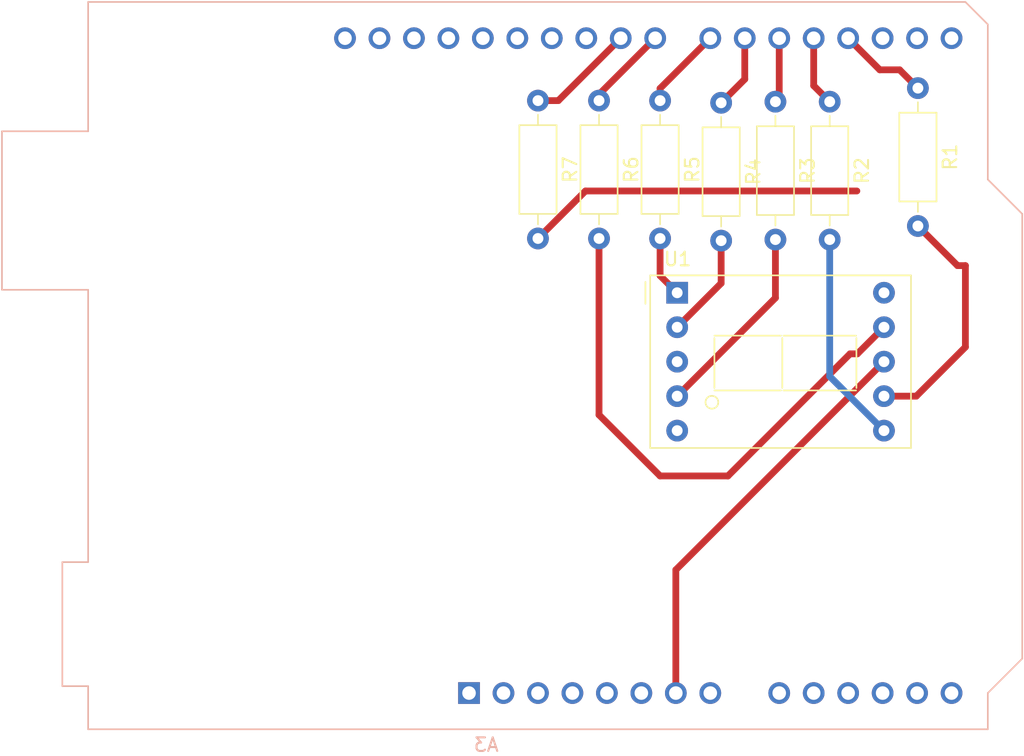
<source format=kicad_pcb>
(kicad_pcb (version 20240108) (generator "pcbnew") (generator_version "8.0")
  (layers (0 "F.Cu" signal) (31 "B.Cu" signal) (34 "B.Paste" user) (35 "F.Paste" user) (36 "B.SilkS" user "B.Silkscreen") (37 "F.SilkS" user "F.Silkscreen") (38 "B.Mask" user) (39 "F.Mask" user) (44 "Edge.Cuts" user))
  (net 0 "")
  (net 4 "Net-(A3-D7)")
  (net 5 "Net-(A3-D5)")
  (net 6 "/D9")
  (net 11 "Net-(A3-D6)")
  (net 13 "Net-(A3-D4)")
  (net 14 "Net-(A3-GND-Pad7)")
  (net 15 "Net-(A3-D8)")
  (net 19 "Net-(A3-D3)")
  (net 33 "Net-(U1-A)")
  (net 34 "Net-(U1-B)")
  (net 35 "Net-(U1-C)")
  (net 36 "Net-(U1-D)")
  (net 37 "Net-(U1-E)")
  (net 38 "Net-(U1-F)")
  (net 39 "/7-seg-G")
  (footprint "Resistor_THT:R_Axial_DIN0207_L6.3mm_D2.5mm_P10.16mm_Horizontal" (layer "F.Cu") (at 164 68.42 -90)
    (property "Reference" "R3" (at 5.08 -2.37 90) (layer "F.SilkS"))
    (property "Value" "R_US")
    (fp_line (start 1.81 1.37) (end 8.35 1.37) (stroke (width 0.12)) (layer "F.SilkS"))
    (fp_line (start 8.35 1.37) (end 8.35 -1.37) (stroke (width 0.12)) (layer "F.SilkS"))
    (fp_line (start 1.04 0) (end 1.81 0) (stroke (width 0.12)) (layer "F.SilkS"))
    (fp_line (start 9.12 0) (end 8.35 0) (stroke (width 0.12)) (layer "F.SilkS"))
    (fp_line (start 1.81 -1.37) (end 1.81 1.37) (stroke (width 0.12)) (layer "F.SilkS"))
    (fp_line (start 8.35 -1.37) (end 1.81 -1.37) (stroke (width 0.12)) (layer "F.SilkS"))
    (pad "1" thru_hole circle (at 0 0 270) (size 1.6 1.6) (drill 0.8) (layers "*.Cu" "*.Mask" "In1.Cu" "In2.Cu" "In3.Cu" "In4.Cu" "In5.Cu" "In6.Cu" "In7.Cu" "In8.Cu" "In9.Cu" "In10.Cu" "In11.Cu" "In12.Cu" "In13.Cu" "In14.Cu" "In15.Cu" "In16.Cu" "In17.Cu" "In18.Cu" "In19.Cu" "In20.Cu" "In21.Cu" "In22.Cu" "In23.Cu" "In24.Cu" "In25.Cu" "In26.Cu" "In27.Cu" "In28.Cu" "In29.Cu" "In30.Cu") (net 5 "Net-(A3-D5)"))
    (pad "2" thru_hole oval (at 10.16 0 270) (size 1.6 1.6) (drill 0.8) (layers "*.Cu" "*.Mask" "In1.Cu" "In2.Cu" "In3.Cu" "In4.Cu" "In5.Cu" "In6.Cu" "In7.Cu" "In8.Cu" "In9.Cu" "In10.Cu" "In11.Cu" "In12.Cu" "In13.Cu" "In14.Cu" "In15.Cu" "In16.Cu" "In17.Cu" "In18.Cu" "In19.Cu" "In20.Cu" "In21.Cu" "In22.Cu" "In23.Cu" "In24.Cu" "In25.Cu" "In26.Cu" "In27.Cu" "In28.Cu" "In29.Cu" "In30.Cu") (net 35 "Net-(U1-C)"))
  )
  (footprint "Display_7Segment:D1X8K" (layer "F.Cu") (at 156.76 82.5)
    (property "Reference" "U1" (at 0.03 -2.48 360) (layer "F.SilkS"))
    (property "Value" "D168K")
    (fp_line (start -2.34 -0.8) (end -2.34 0.81) (stroke (width 0.12)) (layer "F.SilkS"))
    (fp_line (start -1.99 -1.28) (end -1.99 11.44) (stroke (width 0.12)) (layer "F.SilkS"))
    (fp_line (start 2.7438 3.3372) (end 2.7438 7.0202) (stroke (width 0.12)) (layer "F.SilkS"))
    (fp_line (start 7.646 3.1594) (end 2.7438 3.1594) (stroke (width 0.12)) (layer "F.SilkS"))
    (fp_line (start 7.646 7.198) (end 2.7438 7.198) (stroke (width 0.12)) (layer "F.SilkS"))
    (fp_line (start 7.7476 3.3372) (end 7.7476 7.0202) (stroke (width 0.12)) (layer "F.SilkS"))
    (fp_line (start 13.1832 3.1594) (end 7.8238 3.1594) (stroke (width 0.12)) (layer "F.SilkS"))
    (fp_line (start 13.1832 7.198) (end 7.8238 7.198) (stroke (width 0.12)) (layer "F.SilkS"))
    (fp_line (start 13.2086 3.3372) (end 13.2086 7.0202) (stroke (width 0.12)) (layer "F.SilkS"))
    (fp_line (start 17.23 -1.28) (end -1.99 -1.28) (stroke (width 0.12)) (layer "F.SilkS"))
    (fp_line (start 17.23 -1.28) (end 17.23 11.44) (stroke (width 0.12)) (layer "F.SilkS"))
    (fp_line (start 17.23 11.44) (end -1.99 11.44) (stroke (width 0.12)) (layer "F.SilkS"))
    (fp_circle (center 2.557533 8.07) (end 2.836933 7.689) (stroke (width 0.12)) (fill none) (layer "F.SilkS"))
    (pad "1" thru_hole rect (at 0 0 270) (size 1.6 1.6) (drill 0.8) (layers "*.Cu" "*.Mask" "In1.Cu" "In2.Cu" "In3.Cu" "In4.Cu" "In5.Cu" "In6.Cu" "In7.Cu" "In8.Cu" "In9.Cu" "In10.Cu" "In11.Cu" "In12.Cu" "In13.Cu" "In14.Cu" "In15.Cu" "In16.Cu" "In17.Cu" "In18.Cu" "In19.Cu" "In20.Cu" "In21.Cu" "In22.Cu" "In23.Cu" "In24.Cu" "In25.Cu" "In26.Cu" "In27.Cu" "In28.Cu" "In29.Cu" "In30.Cu") (net 37 "Net-(U1-E)"))
    (pad "2" thru_hole circle (at 0 2.54 270) (size 1.6 1.6) (drill 0.8) (layers "*.Cu" "*.Mask" "In1.Cu" "In2.Cu" "In3.Cu" "In4.Cu" "In5.Cu" "In6.Cu" "In7.Cu" "In8.Cu" "In9.Cu" "In10.Cu" "In11.Cu" "In12.Cu" "In13.Cu" "In14.Cu" "In15.Cu" "In16.Cu" "In17.Cu" "In18.Cu" "In19.Cu" "In20.Cu" "In21.Cu" "In22.Cu" "In23.Cu" "In24.Cu" "In25.Cu" "In26.Cu" "In27.Cu" "In28.Cu" "In29.Cu" "In30.Cu") (net 36 "Net-(U1-D)"))
    (pad "3" thru_hole circle (at 0 5.08 270) (size 1.6 1.6) (drill 0.8) (layers "*.Cu" "*.Mask" "In1.Cu" "In2.Cu" "In3.Cu" "In4.Cu" "In5.Cu" "In6.Cu" "In7.Cu" "In8.Cu" "In9.Cu" "In10.Cu" "In11.Cu" "In12.Cu" "In13.Cu" "In14.Cu" "In15.Cu" "In16.Cu" "In17.Cu" "In18.Cu" "In19.Cu" "In20.Cu" "In21.Cu" "In22.Cu" "In23.Cu" "In24.Cu" "In25.Cu" "In26.Cu" "In27.Cu" "In28.Cu" "In29.Cu" "In30.Cu"))
    (pad "4" thru_hole circle (at 0 7.62 270) (size 1.6 1.6) (drill 0.8) (layers "*.Cu" "*.Mask" "In1.Cu" "In2.Cu" "In3.Cu" "In4.Cu" "In5.Cu" "In6.Cu" "In7.Cu" "In8.Cu" "In9.Cu" "In10.Cu" "In11.Cu" "In12.Cu" "In13.Cu" "In14.Cu" "In15.Cu" "In16.Cu" "In17.Cu" "In18.Cu" "In19.Cu" "In20.Cu" "In21.Cu" "In22.Cu" "In23.Cu" "In24.Cu" "In25.Cu" "In26.Cu" "In27.Cu" "In28.Cu" "In29.Cu" "In30.Cu") (net 35 "Net-(U1-C)"))
    (pad "5" thru_hole circle (at 0 10.16 270) (size 1.6 1.6) (drill 0.8) (layers "*.Cu" "*.Mask" "In1.Cu" "In2.Cu" "In3.Cu" "In4.Cu" "In5.Cu" "In6.Cu" "In7.Cu" "In8.Cu" "In9.Cu" "In10.Cu" "In11.Cu" "In12.Cu" "In13.Cu" "In14.Cu" "In15.Cu" "In16.Cu" "In17.Cu" "In18.Cu" "In19.Cu" "In20.Cu" "In21.Cu" "In22.Cu" "In23.Cu" "In24.Cu" "In25.Cu" "In26.Cu" "In27.Cu" "In28.Cu" "In29.Cu" "In30.Cu"))
    (pad "6" thru_hole circle (at 15.24 10.16 270) (size 1.6 1.6) (drill 0.8) (layers "*.Cu" "*.Mask" "In1.Cu" "In2.Cu" "In3.Cu" "In4.Cu" "In5.Cu" "In6.Cu" "In7.Cu" "In8.Cu" "In9.Cu" "In10.Cu" "In11.Cu" "In12.Cu" "In13.Cu" "In14.Cu" "In15.Cu" "In16.Cu" "In17.Cu" "In18.Cu" "In19.Cu" "In20.Cu" "In21.Cu" "In22.Cu" "In23.Cu" "In24.Cu" "In25.Cu" "In26.Cu" "In27.Cu" "In28.Cu" "In29.Cu" "In30.Cu") (net 34 "Net-(U1-B)"))
    (pad "7" thru_hole circle (at 15.24 7.62 270) (size 1.6 1.6) (drill 0.8) (layers "*.Cu" "*.Mask" "In1.Cu" "In2.Cu" "In3.Cu" "In4.Cu" "In5.Cu" "In6.Cu" "In7.Cu" "In8.Cu" "In9.Cu" "In10.Cu" "In11.Cu" "In12.Cu" "In13.Cu" "In14.Cu" "In15.Cu" "In16.Cu" "In17.Cu" "In18.Cu" "In19.Cu" "In20.Cu" "In21.Cu" "In22.Cu" "In23.Cu" "In24.Cu" "In25.Cu" "In26.Cu" "In27.Cu" "In28.Cu" "In29.Cu" "In30.Cu") (net 33 "Net-(U1-A)"))
    (pad "8" thru_hole circle (at 15.24 5.08 270) (size 1.6 1.6) (drill 0.8) (layers "*.Cu" "*.Mask" "In1.Cu" "In2.Cu" "In3.Cu" "In4.Cu" "In5.Cu" "In6.Cu" "In7.Cu" "In8.Cu" "In9.Cu" "In10.Cu" "In11.Cu" "In12.Cu" "In13.Cu" "In14.Cu" "In15.Cu" "In16.Cu" "In17.Cu" "In18.Cu" "In19.Cu" "In20.Cu" "In21.Cu" "In22.Cu" "In23.Cu" "In24.Cu" "In25.Cu" "In26.Cu" "In27.Cu" "In28.Cu" "In29.Cu" "In30.Cu") (net 14 "Net-(A3-GND-Pad7)"))
    (pad "9" thru_hole circle (at 15.24 2.54 270) (size 1.6 1.6) (drill 0.8) (layers "*.Cu" "*.Mask" "In1.Cu" "In2.Cu" "In3.Cu" "In4.Cu" "In5.Cu" "In6.Cu" "In7.Cu" "In8.Cu" "In9.Cu" "In10.Cu" "In11.Cu" "In12.Cu" "In13.Cu" "In14.Cu" "In15.Cu" "In16.Cu" "In17.Cu" "In18.Cu" "In19.Cu" "In20.Cu" "In21.Cu" "In22.Cu" "In23.Cu" "In24.Cu" "In25.Cu" "In26.Cu" "In27.Cu" "In28.Cu" "In29.Cu" "In30.Cu") (net 38 "Net-(U1-F)"))
    (pad "10" thru_hole circle (at 15.24 0 270) (size 1.6 1.6) (drill 0.8) (layers "*.Cu" "*.Mask" "In1.Cu" "In2.Cu" "In3.Cu" "In4.Cu" "In5.Cu" "In6.Cu" "In7.Cu" "In8.Cu" "In9.Cu" "In10.Cu" "In11.Cu" "In12.Cu" "In13.Cu" "In14.Cu" "In15.Cu" "In16.Cu" "In17.Cu" "In18.Cu" "In19.Cu" "In20.Cu" "In21.Cu" "In22.Cu" "In23.Cu" "In24.Cu" "In25.Cu" "In26.Cu" "In27.Cu" "In28.Cu" "In29.Cu" "In30.Cu") (net 39 "/7-seg-G"))
  )
  (footprint "Resistor_THT:R_Axial_DIN0207_L6.3mm_D2.5mm_P10.16mm_Horizontal" (layer "F.Cu") (at 168 68.42 -90)
    (property "Reference" "R2" (at 5.08 -2.37 90) (layer "F.SilkS"))
    (property "Value" "R_US")
    (fp_line (start 1.81 1.37) (end 8.35 1.37) (stroke (width 0.12)) (layer "F.SilkS"))
    (fp_line (start 8.35 1.37) (end 8.35 -1.37) (stroke (width 0.12)) (layer "F.SilkS"))
    (fp_line (start 1.04 0) (end 1.81 0) (stroke (width 0.12)) (layer "F.SilkS"))
    (fp_line (start 9.12 0) (end 8.35 0) (stroke (width 0.12)) (layer "F.SilkS"))
    (fp_line (start 1.81 -1.37) (end 1.81 1.37) (stroke (width 0.12)) (layer "F.SilkS"))
    (fp_line (start 8.35 -1.37) (end 1.81 -1.37) (stroke (width 0.12)) (layer "F.SilkS"))
    (pad "1" thru_hole circle (at 0 0 270) (size 1.6 1.6) (drill 0.8) (layers "*.Cu" "*.Mask" "In1.Cu" "In2.Cu" "In3.Cu" "In4.Cu" "In5.Cu" "In6.Cu" "In7.Cu" "In8.Cu" "In9.Cu" "In10.Cu" "In11.Cu" "In12.Cu" "In13.Cu" "In14.Cu" "In15.Cu" "In16.Cu" "In17.Cu" "In18.Cu" "In19.Cu" "In20.Cu" "In21.Cu" "In22.Cu" "In23.Cu" "In24.Cu" "In25.Cu" "In26.Cu" "In27.Cu" "In28.Cu" "In29.Cu" "In30.Cu") (net 13 "Net-(A3-D4)"))
    (pad "2" thru_hole oval (at 10.16 0 270) (size 1.6 1.6) (drill 0.8) (layers "*.Cu" "*.Mask" "In1.Cu" "In2.Cu" "In3.Cu" "In4.Cu" "In5.Cu" "In6.Cu" "In7.Cu" "In8.Cu" "In9.Cu" "In10.Cu" "In11.Cu" "In12.Cu" "In13.Cu" "In14.Cu" "In15.Cu" "In16.Cu" "In17.Cu" "In18.Cu" "In19.Cu" "In20.Cu" "In21.Cu" "In22.Cu" "In23.Cu" "In24.Cu" "In25.Cu" "In26.Cu" "In27.Cu" "In28.Cu" "In29.Cu" "In30.Cu") (net 34 "Net-(U1-B)"))
  )
  (footprint "Resistor_THT:R_Axial_DIN0207_L6.3mm_D2.5mm_P10.16mm_Horizontal" (layer "F.Cu") (at 174.5 67.42 -90)
    (property "Reference" "R1" (at 5.08 -2.37 90) (layer "F.SilkS"))
    (property "Value" "R_US")
    (fp_line (start 1.81 1.37) (end 8.35 1.37) (stroke (width 0.12)) (layer "F.SilkS"))
    (fp_line (start 8.35 1.37) (end 8.35 -1.37) (stroke (width 0.12)) (layer "F.SilkS"))
    (fp_line (start 1.04 0) (end 1.81 0) (stroke (width 0.12)) (layer "F.SilkS"))
    (fp_line (start 9.12 0) (end 8.35 0) (stroke (width 0.12)) (layer "F.SilkS"))
    (fp_line (start 1.81 -1.37) (end 1.81 1.37) (stroke (width 0.12)) (layer "F.SilkS"))
    (fp_line (start 8.35 -1.37) (end 1.81 -1.37) (stroke (width 0.12)) (layer "F.SilkS"))
    (pad "1" thru_hole circle (at 0 0 270) (size 1.6 1.6) (drill 0.8) (layers "*.Cu" "*.Mask" "In1.Cu" "In2.Cu" "In3.Cu" "In4.Cu" "In5.Cu" "In6.Cu" "In7.Cu" "In8.Cu" "In9.Cu" "In10.Cu" "In11.Cu" "In12.Cu" "In13.Cu" "In14.Cu" "In15.Cu" "In16.Cu" "In17.Cu" "In18.Cu" "In19.Cu" "In20.Cu" "In21.Cu" "In22.Cu" "In23.Cu" "In24.Cu" "In25.Cu" "In26.Cu" "In27.Cu" "In28.Cu" "In29.Cu" "In30.Cu") (net 19 "Net-(A3-D3)"))
    (pad "2" thru_hole oval (at 10.16 0 270) (size 1.6 1.6) (drill 0.8) (layers "*.Cu" "*.Mask" "In1.Cu" "In2.Cu" "In3.Cu" "In4.Cu" "In5.Cu" "In6.Cu" "In7.Cu" "In8.Cu" "In9.Cu" "In10.Cu" "In11.Cu" "In12.Cu" "In13.Cu" "In14.Cu" "In15.Cu" "In16.Cu" "In17.Cu" "In18.Cu" "In19.Cu" "In20.Cu" "In21.Cu" "In22.Cu" "In23.Cu" "In24.Cu" "In25.Cu" "In26.Cu" "In27.Cu" "In28.Cu" "In29.Cu" "In30.Cu") (net 33 "Net-(U1-A)"))
  )
  (footprint "Resistor_THT:R_Axial_DIN0207_L6.3mm_D2.5mm_P10.16mm_Horizontal" (layer "F.Cu") (at 155.5 68.34 -90)
    (property "Reference" "R5" (at 5.08 -2.37 90) (layer "F.SilkS"))
    (property "Value" "R_US")
    (fp_line (start 1.81 1.37) (end 8.35 1.37) (stroke (width 0.12)) (layer "F.SilkS"))
    (fp_line (start 8.35 1.37) (end 8.35 -1.37) (stroke (width 0.12)) (layer "F.SilkS"))
    (fp_line (start 1.04 0) (end 1.81 0) (stroke (width 0.12)) (layer "F.SilkS"))
    (fp_line (start 9.12 0) (end 8.35 0) (stroke (width 0.12)) (layer "F.SilkS"))
    (fp_line (start 1.81 -1.37) (end 1.81 1.37) (stroke (width 0.12)) (layer "F.SilkS"))
    (fp_line (start 8.35 -1.37) (end 1.81 -1.37) (stroke (width 0.12)) (layer "F.SilkS"))
    (pad "1" thru_hole circle (at 0 0 270) (size 1.6 1.6) (drill 0.8) (layers "*.Cu" "*.Mask" "In1.Cu" "In2.Cu" "In3.Cu" "In4.Cu" "In5.Cu" "In6.Cu" "In7.Cu" "In8.Cu" "In9.Cu" "In10.Cu" "In11.Cu" "In12.Cu" "In13.Cu" "In14.Cu" "In15.Cu" "In16.Cu" "In17.Cu" "In18.Cu" "In19.Cu" "In20.Cu" "In21.Cu" "In22.Cu" "In23.Cu" "In24.Cu" "In25.Cu" "In26.Cu" "In27.Cu" "In28.Cu" "In29.Cu" "In30.Cu") (net 4 "Net-(A3-D7)"))
    (pad "2" thru_hole oval (at 10.16 0 270) (size 1.6 1.6) (drill 0.8) (layers "*.Cu" "*.Mask" "In1.Cu" "In2.Cu" "In3.Cu" "In4.Cu" "In5.Cu" "In6.Cu" "In7.Cu" "In8.Cu" "In9.Cu" "In10.Cu" "In11.Cu" "In12.Cu" "In13.Cu" "In14.Cu" "In15.Cu" "In16.Cu" "In17.Cu" "In18.Cu" "In19.Cu" "In20.Cu" "In21.Cu" "In22.Cu" "In23.Cu" "In24.Cu" "In25.Cu" "In26.Cu" "In27.Cu" "In28.Cu" "In29.Cu" "In30.Cu") (net 37 "Net-(U1-E)"))
  )
  (footprint "Resistor_THT:R_Axial_DIN0207_L6.3mm_D2.5mm_P10.16mm_Horizontal" (layer "F.Cu") (at 146.5 68.34 -90)
    (property "Reference" "R7" (at 5.08 -2.37 90) (layer "F.SilkS"))
    (property "Value" "R_US")
    (fp_line (start 1.81 1.37) (end 8.35 1.37) (stroke (width 0.12)) (layer "F.SilkS"))
    (fp_line (start 8.35 1.37) (end 8.35 -1.37) (stroke (width 0.12)) (layer "F.SilkS"))
    (fp_line (start 1.04 0) (end 1.81 0) (stroke (width 0.12)) (layer "F.SilkS"))
    (fp_line (start 9.12 0) (end 8.35 0) (stroke (width 0.12)) (layer "F.SilkS"))
    (fp_line (start 1.81 -1.37) (end 1.81 1.37) (stroke (width 0.12)) (layer "F.SilkS"))
    (fp_line (start 8.35 -1.37) (end 1.81 -1.37) (stroke (width 0.12)) (layer "F.SilkS"))
    (pad "1" thru_hole circle (at 0 0 270) (size 1.6 1.6) (drill 0.8) (layers "*.Cu" "*.Mask" "In1.Cu" "In2.Cu" "In3.Cu" "In4.Cu" "In5.Cu" "In6.Cu" "In7.Cu" "In8.Cu" "In9.Cu" "In10.Cu" "In11.Cu" "In12.Cu" "In13.Cu" "In14.Cu" "In15.Cu" "In16.Cu" "In17.Cu" "In18.Cu" "In19.Cu" "In20.Cu" "In21.Cu" "In22.Cu" "In23.Cu" "In24.Cu" "In25.Cu" "In26.Cu" "In27.Cu" "In28.Cu" "In29.Cu" "In30.Cu") (net 6 "/D9"))
    (pad "2" thru_hole oval (at 10.16 0 270) (size 1.6 1.6) (drill 0.8) (layers "*.Cu" "*.Mask" "In1.Cu" "In2.Cu" "In3.Cu" "In4.Cu" "In5.Cu" "In6.Cu" "In7.Cu" "In8.Cu" "In9.Cu" "In10.Cu" "In11.Cu" "In12.Cu" "In13.Cu" "In14.Cu" "In15.Cu" "In16.Cu" "In17.Cu" "In18.Cu" "In19.Cu" "In20.Cu" "In21.Cu" "In22.Cu" "In23.Cu" "In24.Cu" "In25.Cu" "In26.Cu" "In27.Cu" "In28.Cu" "In29.Cu" "In30.Cu") (net 39 "/7-seg-G"))
  )
  (footprint "Resistor_THT:R_Axial_DIN0207_L6.3mm_D2.5mm_P10.16mm_Horizontal" (layer "F.Cu") (at 151 68.34 -90)
    (property "Reference" "R6" (at 5.08 -2.37 90) (layer "F.SilkS"))
    (property "Value" "R_US")
    (fp_line (start 1.81 1.37) (end 8.35 1.37) (stroke (width 0.12)) (layer "F.SilkS"))
    (fp_line (start 8.35 1.37) (end 8.35 -1.37) (stroke (width 0.12)) (layer "F.SilkS"))
    (fp_line (start 1.04 0) (end 1.81 0) (stroke (width 0.12)) (layer "F.SilkS"))
    (fp_line (start 9.12 0) (end 8.35 0) (stroke (width 0.12)) (layer "F.SilkS"))
    (fp_line (start 1.81 -1.37) (end 1.81 1.37) (stroke (width 0.12)) (layer "F.SilkS"))
    (fp_line (start 8.35 -1.37) (end 1.81 -1.37) (stroke (width 0.12)) (layer "F.SilkS"))
    (pad "1" thru_hole circle (at 0 0 270) (size 1.6 1.6) (drill 0.8) (layers "*.Cu" "*.Mask" "In1.Cu" "In2.Cu" "In3.Cu" "In4.Cu" "In5.Cu" "In6.Cu" "In7.Cu" "In8.Cu" "In9.Cu" "In10.Cu" "In11.Cu" "In12.Cu" "In13.Cu" "In14.Cu" "In15.Cu" "In16.Cu" "In17.Cu" "In18.Cu" "In19.Cu" "In20.Cu" "In21.Cu" "In22.Cu" "In23.Cu" "In24.Cu" "In25.Cu" "In26.Cu" "In27.Cu" "In28.Cu" "In29.Cu" "In30.Cu") (net 15 "Net-(A3-D8)"))
    (pad "2" thru_hole oval (at 10.16 0 270) (size 1.6 1.6) (drill 0.8) (layers "*.Cu" "*.Mask" "In1.Cu" "In2.Cu" "In3.Cu" "In4.Cu" "In5.Cu" "In6.Cu" "In7.Cu" "In8.Cu" "In9.Cu" "In10.Cu" "In11.Cu" "In12.Cu" "In13.Cu" "In14.Cu" "In15.Cu" "In16.Cu" "In17.Cu" "In18.Cu" "In19.Cu" "In20.Cu" "In21.Cu" "In22.Cu" "In23.Cu" "In24.Cu" "In25.Cu" "In26.Cu" "In27.Cu" "In28.Cu" "In29.Cu" "In30.Cu") (net 38 "Net-(U1-F)"))
  )
  (footprint "Resistor_THT:R_Axial_DIN0207_L6.3mm_D2.5mm_P10.16mm_Horizontal" (layer "F.Cu") (at 160 68.5 -90)
    (property "Reference" "R4" (at 5.08 -2.37 90) (layer "F.SilkS"))
    (property "Value" "R_US")
    (fp_line (start 1.81 1.37) (end 8.35 1.37) (stroke (width 0.12)) (layer "F.SilkS"))
    (fp_line (start 8.35 1.37) (end 8.35 -1.37) (stroke (width 0.12)) (layer "F.SilkS"))
    (fp_line (start 1.04 0) (end 1.81 0) (stroke (width 0.12)) (layer "F.SilkS"))
    (fp_line (start 9.12 0) (end 8.35 0) (stroke (width 0.12)) (layer "F.SilkS"))
    (fp_line (start 1.81 -1.37) (end 1.81 1.37) (stroke (width 0.12)) (layer "F.SilkS"))
    (fp_line (start 8.35 -1.37) (end 1.81 -1.37) (stroke (width 0.12)) (layer "F.SilkS"))
    (pad "1" thru_hole circle (at 0 0 270) (size 1.6 1.6) (drill 0.8) (layers "*.Cu" "*.Mask" "In1.Cu" "In2.Cu" "In3.Cu" "In4.Cu" "In5.Cu" "In6.Cu" "In7.Cu" "In8.Cu" "In9.Cu" "In10.Cu" "In11.Cu" "In12.Cu" "In13.Cu" "In14.Cu" "In15.Cu" "In16.Cu" "In17.Cu" "In18.Cu" "In19.Cu" "In20.Cu" "In21.Cu" "In22.Cu" "In23.Cu" "In24.Cu" "In25.Cu" "In26.Cu" "In27.Cu" "In28.Cu" "In29.Cu" "In30.Cu") (net 11 "Net-(A3-D6)"))
    (pad "2" thru_hole oval (at 10.16 0 270) (size 1.6 1.6) (drill 0.8) (layers "*.Cu" "*.Mask" "In1.Cu" "In2.Cu" "In3.Cu" "In4.Cu" "In5.Cu" "In6.Cu" "In7.Cu" "In8.Cu" "In9.Cu" "In10.Cu" "In11.Cu" "In12.Cu" "In13.Cu" "In14.Cu" "In15.Cu" "In16.Cu" "In17.Cu" "In18.Cu" "In19.Cu" "In20.Cu" "In21.Cu" "In22.Cu" "In23.Cu" "In24.Cu" "In25.Cu" "In26.Cu" "In27.Cu" "In28.Cu" "In29.Cu" "In30.Cu") (net 36 "Net-(U1-D)"))
  )
  (footprint "Module:Arduino_UNO_R3" (layer "B.Cu") (at 141.42 112)
    (property "Reference" "A3" (at 1.27 3.81 360) (layer "B.SilkS") (effects (justify mirror)))
    (property "Value" "Arduino_UNO_R3")
    (fp_line (start -34.42 -41.4) (end -34.42 -29.72) (stroke (width 0.12)) (layer "B.SilkS"))
    (fp_line (start -34.42 -29.72) (end -28.07 -29.72) (stroke (width 0.12)) (layer "B.SilkS"))
    (fp_line (start -29.97 -9.65) (end -29.97 -0.51) (stroke (width 0.12)) (layer "B.SilkS"))
    (fp_line (start -29.97 -0.51) (end -28.07 -0.51) (stroke (width 0.12)) (layer "B.SilkS"))
    (fp_line (start -28.07 -50.93) (end -28.07 -41.4) (stroke (width 0.12)) (layer "B.SilkS"))
    (fp_line (start -28.07 -41.4) (end -34.42 -41.4) (stroke (width 0.12)) (layer "B.SilkS"))
    (fp_line (start -28.07 -29.72) (end -28.07 -9.65) (stroke (width 0.12)) (layer "B.SilkS"))
    (fp_line (start -28.07 -9.65) (end -29.97 -9.65) (stroke (width 0.12)) (layer "B.SilkS"))
    (fp_line (start -28.07 -0.51) (end -28.07 2.67) (stroke (width 0.12)) (layer "B.SilkS"))
    (fp_line (start -28.07 2.67) (end 38.23 2.67) (stroke (width 0.12)) (layer "B.SilkS"))
    (fp_line (start 36.58 -50.93) (end -28.07 -50.93) (stroke (width 0.12)) (layer "B.SilkS"))
    (fp_line (start 38.23 -49.28) (end 36.58 -50.93) (stroke (width 0.12)) (layer "B.SilkS"))
    (fp_line (start 38.23 -37.85) (end 38.23 -49.28) (stroke (width 0.12)) (layer "B.SilkS"))
    (fp_line (start 38.23 0) (end 40.77 -2.54) (stroke (width 0.12)) (layer "B.SilkS"))
    (fp_line (start 38.23 2.67) (end 38.23 0) (stroke (width 0.12)) (layer "B.SilkS"))
    (fp_line (start 40.77 -35.31) (end 38.23 -37.85) (stroke (width 0.12)) (layer "B.SilkS"))
    (fp_line (start 40.77 -2.54) (end 40.77 -35.31) (stroke (width 0.12)) (layer "B.SilkS"))
    (pad "1" thru_hole rect (at 0 0 270) (size 1.6 1.6) (drill 1) (layers "*.Cu" "*.Mask" "In1.Cu" "In2.Cu" "In3.Cu" "In4.Cu" "In5.Cu" "In6.Cu" "In7.Cu" "In8.Cu" "In9.Cu" "In10.Cu" "In11.Cu" "In12.Cu" "In13.Cu" "In14.Cu" "In15.Cu" "In16.Cu" "In17.Cu" "In18.Cu" "In19.Cu" "In20.Cu" "In21.Cu" "In22.Cu" "In23.Cu" "In24.Cu" "In25.Cu" "In26.Cu" "In27.Cu" "In28.Cu" "In29.Cu" "In30.Cu"))
    (pad "2" thru_hole oval (at 2.54 0 270) (size 1.6 1.6) (drill 1) (layers "*.Cu" "*.Mask" "In1.Cu" "In2.Cu" "In3.Cu" "In4.Cu" "In5.Cu" "In6.Cu" "In7.Cu" "In8.Cu" "In9.Cu" "In10.Cu" "In11.Cu" "In12.Cu" "In13.Cu" "In14.Cu" "In15.Cu" "In16.Cu" "In17.Cu" "In18.Cu" "In19.Cu" "In20.Cu" "In21.Cu" "In22.Cu" "In23.Cu" "In24.Cu" "In25.Cu" "In26.Cu" "In27.Cu" "In28.Cu" "In29.Cu" "In30.Cu"))
    (pad "3" thru_hole oval (at 5.08 0 270) (size 1.6 1.6) (drill 1) (layers "*.Cu" "*.Mask" "In1.Cu" "In2.Cu" "In3.Cu" "In4.Cu" "In5.Cu" "In6.Cu" "In7.Cu" "In8.Cu" "In9.Cu" "In10.Cu" "In11.Cu" "In12.Cu" "In13.Cu" "In14.Cu" "In15.Cu" "In16.Cu" "In17.Cu" "In18.Cu" "In19.Cu" "In20.Cu" "In21.Cu" "In22.Cu" "In23.Cu" "In24.Cu" "In25.Cu" "In26.Cu" "In27.Cu" "In28.Cu" "In29.Cu" "In30.Cu"))
    (pad "4" thru_hole oval (at 7.62 0 270) (size 1.6 1.6) (drill 1) (layers "*.Cu" "*.Mask" "In1.Cu" "In2.Cu" "In3.Cu" "In4.Cu" "In5.Cu" "In6.Cu" "In7.Cu" "In8.Cu" "In9.Cu" "In10.Cu" "In11.Cu" "In12.Cu" "In13.Cu" "In14.Cu" "In15.Cu" "In16.Cu" "In17.Cu" "In18.Cu" "In19.Cu" "In20.Cu" "In21.Cu" "In22.Cu" "In23.Cu" "In24.Cu" "In25.Cu" "In26.Cu" "In27.Cu" "In28.Cu" "In29.Cu" "In30.Cu"))
    (pad "5" thru_hole oval (at 10.16 0 270) (size 1.6 1.6) (drill 1) (layers "*.Cu" "*.Mask" "In1.Cu" "In2.Cu" "In3.Cu" "In4.Cu" "In5.Cu" "In6.Cu" "In7.Cu" "In8.Cu" "In9.Cu" "In10.Cu" "In11.Cu" "In12.Cu" "In13.Cu" "In14.Cu" "In15.Cu" "In16.Cu" "In17.Cu" "In18.Cu" "In19.Cu" "In20.Cu" "In21.Cu" "In22.Cu" "In23.Cu" "In24.Cu" "In25.Cu" "In26.Cu" "In27.Cu" "In28.Cu" "In29.Cu" "In30.Cu"))
    (pad "6" thru_hole oval (at 12.7 0 270) (size 1.6 1.6) (drill 1) (layers "*.Cu" "*.Mask" "In1.Cu" "In2.Cu" "In3.Cu" "In4.Cu" "In5.Cu" "In6.Cu" "In7.Cu" "In8.Cu" "In9.Cu" "In10.Cu" "In11.Cu" "In12.Cu" "In13.Cu" "In14.Cu" "In15.Cu" "In16.Cu" "In17.Cu" "In18.Cu" "In19.Cu" "In20.Cu" "In21.Cu" "In22.Cu" "In23.Cu" "In24.Cu" "In25.Cu" "In26.Cu" "In27.Cu" "In28.Cu" "In29.Cu" "In30.Cu"))
    (pad "7" thru_hole oval (at 15.24 0 270) (size 1.6 1.6) (drill 1) (layers "*.Cu" "*.Mask" "In1.Cu" "In2.Cu" "In3.Cu" "In4.Cu" "In5.Cu" "In6.Cu" "In7.Cu" "In8.Cu" "In9.Cu" "In10.Cu" "In11.Cu" "In12.Cu" "In13.Cu" "In14.Cu" "In15.Cu" "In16.Cu" "In17.Cu" "In18.Cu" "In19.Cu" "In20.Cu" "In21.Cu" "In22.Cu" "In23.Cu" "In24.Cu" "In25.Cu" "In26.Cu" "In27.Cu" "In28.Cu" "In29.Cu" "In30.Cu") (net 14 "Net-(A3-GND-Pad7)"))
    (pad "8" thru_hole oval (at 17.78 0 270) (size 1.6 1.6) (drill 1) (layers "*.Cu" "*.Mask" "In1.Cu" "In2.Cu" "In3.Cu" "In4.Cu" "In5.Cu" "In6.Cu" "In7.Cu" "In8.Cu" "In9.Cu" "In10.Cu" "In11.Cu" "In12.Cu" "In13.Cu" "In14.Cu" "In15.Cu" "In16.Cu" "In17.Cu" "In18.Cu" "In19.Cu" "In20.Cu" "In21.Cu" "In22.Cu" "In23.Cu" "In24.Cu" "In25.Cu" "In26.Cu" "In27.Cu" "In28.Cu" "In29.Cu" "In30.Cu"))
    (pad "9" thru_hole oval (at 22.86 0 270) (size 1.6 1.6) (drill 1) (layers "*.Cu" "*.Mask" "In1.Cu" "In2.Cu" "In3.Cu" "In4.Cu" "In5.Cu" "In6.Cu" "In7.Cu" "In8.Cu" "In9.Cu" "In10.Cu" "In11.Cu" "In12.Cu" "In13.Cu" "In14.Cu" "In15.Cu" "In16.Cu" "In17.Cu" "In18.Cu" "In19.Cu" "In20.Cu" "In21.Cu" "In22.Cu" "In23.Cu" "In24.Cu" "In25.Cu" "In26.Cu" "In27.Cu" "In28.Cu" "In29.Cu" "In30.Cu"))
    (pad "10" thru_hole oval (at 25.4 0 270) (size 1.6 1.6) (drill 1) (layers "*.Cu" "*.Mask" "In1.Cu" "In2.Cu" "In3.Cu" "In4.Cu" "In5.Cu" "In6.Cu" "In7.Cu" "In8.Cu" "In9.Cu" "In10.Cu" "In11.Cu" "In12.Cu" "In13.Cu" "In14.Cu" "In15.Cu" "In16.Cu" "In17.Cu" "In18.Cu" "In19.Cu" "In20.Cu" "In21.Cu" "In22.Cu" "In23.Cu" "In24.Cu" "In25.Cu" "In26.Cu" "In27.Cu" "In28.Cu" "In29.Cu" "In30.Cu"))
    (pad "11" thru_hole oval (at 27.94 0 270) (size 1.6 1.6) (drill 1) (layers "*.Cu" "*.Mask" "In1.Cu" "In2.Cu" "In3.Cu" "In4.Cu" "In5.Cu" "In6.Cu" "In7.Cu" "In8.Cu" "In9.Cu" "In10.Cu" "In11.Cu" "In12.Cu" "In13.Cu" "In14.Cu" "In15.Cu" "In16.Cu" "In17.Cu" "In18.Cu" "In19.Cu" "In20.Cu" "In21.Cu" "In22.Cu" "In23.Cu" "In24.Cu" "In25.Cu" "In26.Cu" "In27.Cu" "In28.Cu" "In29.Cu" "In30.Cu"))
    (pad "12" thru_hole oval (at 30.48 0 270) (size 1.6 1.6) (drill 1) (layers "*.Cu" "*.Mask" "In1.Cu" "In2.Cu" "In3.Cu" "In4.Cu" "In5.Cu" "In6.Cu" "In7.Cu" "In8.Cu" "In9.Cu" "In10.Cu" "In11.Cu" "In12.Cu" "In13.Cu" "In14.Cu" "In15.Cu" "In16.Cu" "In17.Cu" "In18.Cu" "In19.Cu" "In20.Cu" "In21.Cu" "In22.Cu" "In23.Cu" "In24.Cu" "In25.Cu" "In26.Cu" "In27.Cu" "In28.Cu" "In29.Cu" "In30.Cu"))
    (pad "13" thru_hole oval (at 33.02 0 270) (size 1.6 1.6) (drill 1) (layers "*.Cu" "*.Mask" "In1.Cu" "In2.Cu" "In3.Cu" "In4.Cu" "In5.Cu" "In6.Cu" "In7.Cu" "In8.Cu" "In9.Cu" "In10.Cu" "In11.Cu" "In12.Cu" "In13.Cu" "In14.Cu" "In15.Cu" "In16.Cu" "In17.Cu" "In18.Cu" "In19.Cu" "In20.Cu" "In21.Cu" "In22.Cu" "In23.Cu" "In24.Cu" "In25.Cu" "In26.Cu" "In27.Cu" "In28.Cu" "In29.Cu" "In30.Cu"))
    (pad "14" thru_hole oval (at 35.56 0 270) (size 1.6 1.6) (drill 1) (layers "*.Cu" "*.Mask" "In1.Cu" "In2.Cu" "In3.Cu" "In4.Cu" "In5.Cu" "In6.Cu" "In7.Cu" "In8.Cu" "In9.Cu" "In10.Cu" "In11.Cu" "In12.Cu" "In13.Cu" "In14.Cu" "In15.Cu" "In16.Cu" "In17.Cu" "In18.Cu" "In19.Cu" "In20.Cu" "In21.Cu" "In22.Cu" "In23.Cu" "In24.Cu" "In25.Cu" "In26.Cu" "In27.Cu" "In28.Cu" "In29.Cu" "In30.Cu"))
    (pad "15" thru_hole oval (at 35.56 -48.26 270) (size 1.6 1.6) (drill 1) (layers "*.Cu" "*.Mask" "In1.Cu" "In2.Cu" "In3.Cu" "In4.Cu" "In5.Cu" "In6.Cu" "In7.Cu" "In8.Cu" "In9.Cu" "In10.Cu" "In11.Cu" "In12.Cu" "In13.Cu" "In14.Cu" "In15.Cu" "In16.Cu" "In17.Cu" "In18.Cu" "In19.Cu" "In20.Cu" "In21.Cu" "In22.Cu" "In23.Cu" "In24.Cu" "In25.Cu" "In26.Cu" "In27.Cu" "In28.Cu" "In29.Cu" "In30.Cu"))
    (pad "16" thru_hole oval (at 33.02 -48.26 270) (size 1.6 1.6) (drill 1) (layers "*.Cu" "*.Mask" "In1.Cu" "In2.Cu" "In3.Cu" "In4.Cu" "In5.Cu" "In6.Cu" "In7.Cu" "In8.Cu" "In9.Cu" "In10.Cu" "In11.Cu" "In12.Cu" "In13.Cu" "In14.Cu" "In15.Cu" "In16.Cu" "In17.Cu" "In18.Cu" "In19.Cu" "In20.Cu" "In21.Cu" "In22.Cu" "In23.Cu" "In24.Cu" "In25.Cu" "In26.Cu" "In27.Cu" "In28.Cu" "In29.Cu" "In30.Cu"))
    (pad "17" thru_hole oval (at 30.48 -48.26 270) (size 1.6 1.6) (drill 1) (layers "*.Cu" "*.Mask" "In1.Cu" "In2.Cu" "In3.Cu" "In4.Cu" "In5.Cu" "In6.Cu" "In7.Cu" "In8.Cu" "In9.Cu" "In10.Cu" "In11.Cu" "In12.Cu" "In13.Cu" "In14.Cu" "In15.Cu" "In16.Cu" "In17.Cu" "In18.Cu" "In19.Cu" "In20.Cu" "In21.Cu" "In22.Cu" "In23.Cu" "In24.Cu" "In25.Cu" "In26.Cu" "In27.Cu" "In28.Cu" "In29.Cu" "In30.Cu"))
    (pad "18" thru_hole oval (at 27.94 -48.26 270) (size 1.6 1.6) (drill 1) (layers "*.Cu" "*.Mask" "In1.Cu" "In2.Cu" "In3.Cu" "In4.Cu" "In5.Cu" "In6.Cu" "In7.Cu" "In8.Cu" "In9.Cu" "In10.Cu" "In11.Cu" "In12.Cu" "In13.Cu" "In14.Cu" "In15.Cu" "In16.Cu" "In17.Cu" "In18.Cu" "In19.Cu" "In20.Cu" "In21.Cu" "In22.Cu" "In23.Cu" "In24.Cu" "In25.Cu" "In26.Cu" "In27.Cu" "In28.Cu" "In29.Cu" "In30.Cu") (net 19 "Net-(A3-D3)"))
    (pad "19" thru_hole oval (at 25.4 -48.26 270) (size 1.6 1.6) (drill 1) (layers "*.Cu" "*.Mask" "In1.Cu" "In2.Cu" "In3.Cu" "In4.Cu" "In5.Cu" "In6.Cu" "In7.Cu" "In8.Cu" "In9.Cu" "In10.Cu" "In11.Cu" "In12.Cu" "In13.Cu" "In14.Cu" "In15.Cu" "In16.Cu" "In17.Cu" "In18.Cu" "In19.Cu" "In20.Cu" "In21.Cu" "In22.Cu" "In23.Cu" "In24.Cu" "In25.Cu" "In26.Cu" "In27.Cu" "In28.Cu" "In29.Cu" "In30.Cu") (net 13 "Net-(A3-D4)"))
    (pad "20" thru_hole oval (at 22.86 -48.26 270) (size 1.6 1.6) (drill 1) (layers "*.Cu" "*.Mask" "In1.Cu" "In2.Cu" "In3.Cu" "In4.Cu" "In5.Cu" "In6.Cu" "In7.Cu" "In8.Cu" "In9.Cu" "In10.Cu" "In11.Cu" "In12.Cu" "In13.Cu" "In14.Cu" "In15.Cu" "In16.Cu" "In17.Cu" "In18.Cu" "In19.Cu" "In20.Cu" "In21.Cu" "In22.Cu" "In23.Cu" "In24.Cu" "In25.Cu" "In26.Cu" "In27.Cu" "In28.Cu" "In29.Cu" "In30.Cu") (net 5 "Net-(A3-D5)"))
    (pad "21" thru_hole oval (at 20.32 -48.26 270) (size 1.6 1.6) (drill 1) (layers "*.Cu" "*.Mask" "In1.Cu" "In2.Cu" "In3.Cu" "In4.Cu" "In5.Cu" "In6.Cu" "In7.Cu" "In8.Cu" "In9.Cu" "In10.Cu" "In11.Cu" "In12.Cu" "In13.Cu" "In14.Cu" "In15.Cu" "In16.Cu" "In17.Cu" "In18.Cu" "In19.Cu" "In20.Cu" "In21.Cu" "In22.Cu" "In23.Cu" "In24.Cu" "In25.Cu" "In26.Cu" "In27.Cu" "In28.Cu" "In29.Cu" "In30.Cu") (net 11 "Net-(A3-D6)"))
    (pad "22" thru_hole oval (at 17.78 -48.26 270) (size 1.6 1.6) (drill 1) (layers "*.Cu" "*.Mask" "In1.Cu" "In2.Cu" "In3.Cu" "In4.Cu" "In5.Cu" "In6.Cu" "In7.Cu" "In8.Cu" "In9.Cu" "In10.Cu" "In11.Cu" "In12.Cu" "In13.Cu" "In14.Cu" "In15.Cu" "In16.Cu" "In17.Cu" "In18.Cu" "In19.Cu" "In20.Cu" "In21.Cu" "In22.Cu" "In23.Cu" "In24.Cu" "In25.Cu" "In26.Cu" "In27.Cu" "In28.Cu" "In29.Cu" "In30.Cu") (net 4 "Net-(A3-D7)"))
    (pad "23" thru_hole oval (at 13.72 -48.26 270) (size 1.6 1.6) (drill 1) (layers "*.Cu" "*.Mask" "In1.Cu" "In2.Cu" "In3.Cu" "In4.Cu" "In5.Cu" "In6.Cu" "In7.Cu" "In8.Cu" "In9.Cu" "In10.Cu" "In11.Cu" "In12.Cu" "In13.Cu" "In14.Cu" "In15.Cu" "In16.Cu" "In17.Cu" "In18.Cu" "In19.Cu" "In20.Cu" "In21.Cu" "In22.Cu" "In23.Cu" "In24.Cu" "In25.Cu" "In26.Cu" "In27.Cu" "In28.Cu" "In29.Cu" "In30.Cu") (net 15 "Net-(A3-D8)"))
    (pad "24" thru_hole oval (at 11.18 -48.26 270) (size 1.6 1.6) (drill 1) (layers "*.Cu" "*.Mask" "In1.Cu" "In2.Cu" "In3.Cu" "In4.Cu" "In5.Cu" "In6.Cu" "In7.Cu" "In8.Cu" "In9.Cu" "In10.Cu" "In11.Cu" "In12.Cu" "In13.Cu" "In14.Cu" "In15.Cu" "In16.Cu" "In17.Cu" "In18.Cu" "In19.Cu" "In20.Cu" "In21.Cu" "In22.Cu" "In23.Cu" "In24.Cu" "In25.Cu" "In26.Cu" "In27.Cu" "In28.Cu" "In29.Cu" "In30.Cu") (net 6 "/D9"))
    (pad "25" thru_hole oval (at 8.64 -48.26 270) (size 1.6 1.6) (drill 1) (layers "*.Cu" "*.Mask" "In1.Cu" "In2.Cu" "In3.Cu" "In4.Cu" "In5.Cu" "In6.Cu" "In7.Cu" "In8.Cu" "In9.Cu" "In10.Cu" "In11.Cu" "In12.Cu" "In13.Cu" "In14.Cu" "In15.Cu" "In16.Cu" "In17.Cu" "In18.Cu" "In19.Cu" "In20.Cu" "In21.Cu" "In22.Cu" "In23.Cu" "In24.Cu" "In25.Cu" "In26.Cu" "In27.Cu" "In28.Cu" "In29.Cu" "In30.Cu"))
    (pad "26" thru_hole oval (at 6.1 -48.26 270) (size 1.6 1.6) (drill 1) (layers "*.Cu" "*.Mask" "In1.Cu" "In2.Cu" "In3.Cu" "In4.Cu" "In5.Cu" "In6.Cu" "In7.Cu" "In8.Cu" "In9.Cu" "In10.Cu" "In11.Cu" "In12.Cu" "In13.Cu" "In14.Cu" "In15.Cu" "In16.Cu" "In17.Cu" "In18.Cu" "In19.Cu" "In20.Cu" "In21.Cu" "In22.Cu" "In23.Cu" "In24.Cu" "In25.Cu" "In26.Cu" "In27.Cu" "In28.Cu" "In29.Cu" "In30.Cu"))
    (pad "27" thru_hole oval (at 3.56 -48.26 270) (size 1.6 1.6) (drill 1) (layers "*.Cu" "*.Mask" "In1.Cu" "In2.Cu" "In3.Cu" "In4.Cu" "In5.Cu" "In6.Cu" "In7.Cu" "In8.Cu" "In9.Cu" "In10.Cu" "In11.Cu" "In12.Cu" "In13.Cu" "In14.Cu" "In15.Cu" "In16.Cu" "In17.Cu" "In18.Cu" "In19.Cu" "In20.Cu" "In21.Cu" "In22.Cu" "In23.Cu" "In24.Cu" "In25.Cu" "In26.Cu" "In27.Cu" "In28.Cu" "In29.Cu" "In30.Cu"))
    (pad "28" thru_hole oval (at 1.02 -48.26 270) (size 1.6 1.6) (drill 1) (layers "*.Cu" "*.Mask" "In1.Cu" "In2.Cu" "In3.Cu" "In4.Cu" "In5.Cu" "In6.Cu" "In7.Cu" "In8.Cu" "In9.Cu" "In10.Cu" "In11.Cu" "In12.Cu" "In13.Cu" "In14.Cu" "In15.Cu" "In16.Cu" "In17.Cu" "In18.Cu" "In19.Cu" "In20.Cu" "In21.Cu" "In22.Cu" "In23.Cu" "In24.Cu" "In25.Cu" "In26.Cu" "In27.Cu" "In28.Cu" "In29.Cu" "In30.Cu"))
    (pad "29" thru_hole oval (at -1.52 -48.26 270) (size 1.6 1.6) (drill 1) (layers "*.Cu" "*.Mask" "In1.Cu" "In2.Cu" "In3.Cu" "In4.Cu" "In5.Cu" "In6.Cu" "In7.Cu" "In8.Cu" "In9.Cu" "In10.Cu" "In11.Cu" "In12.Cu" "In13.Cu" "In14.Cu" "In15.Cu" "In16.Cu" "In17.Cu" "In18.Cu" "In19.Cu" "In20.Cu" "In21.Cu" "In22.Cu" "In23.Cu" "In24.Cu" "In25.Cu" "In26.Cu" "In27.Cu" "In28.Cu" "In29.Cu" "In30.Cu"))
    (pad "30" thru_hole oval (at -4.06 -48.26 270) (size 1.6 1.6) (drill 1) (layers "*.Cu" "*.Mask" "In1.Cu" "In2.Cu" "In3.Cu" "In4.Cu" "In5.Cu" "In6.Cu" "In7.Cu" "In8.Cu" "In9.Cu" "In10.Cu" "In11.Cu" "In12.Cu" "In13.Cu" "In14.Cu" "In15.Cu" "In16.Cu" "In17.Cu" "In18.Cu" "In19.Cu" "In20.Cu" "In21.Cu" "In22.Cu" "In23.Cu" "In24.Cu" "In25.Cu" "In26.Cu" "In27.Cu" "In28.Cu" "In29.Cu" "In30.Cu"))
    (pad "31" thru_hole oval (at -6.6 -48.26 270) (size 1.6 1.6) (drill 1) (layers "*.Cu" "*.Mask" "In1.Cu" "In2.Cu" "In3.Cu" "In4.Cu" "In5.Cu" "In6.Cu" "In7.Cu" "In8.Cu" "In9.Cu" "In10.Cu" "In11.Cu" "In12.Cu" "In13.Cu" "In14.Cu" "In15.Cu" "In16.Cu" "In17.Cu" "In18.Cu" "In19.Cu" "In20.Cu" "In21.Cu" "In22.Cu" "In23.Cu" "In24.Cu" "In25.Cu" "In26.Cu" "In27.Cu" "In28.Cu" "In29.Cu" "In30.Cu"))
    (pad "32" thru_hole oval (at -9.14 -48.26 270) (size 1.6 1.6) (drill 1) (layers "*.Cu" "*.Mask" "In1.Cu" "In2.Cu" "In3.Cu" "In4.Cu" "In5.Cu" "In6.Cu" "In7.Cu" "In8.Cu" "In9.Cu" "In10.Cu" "In11.Cu" "In12.Cu" "In13.Cu" "In14.Cu" "In15.Cu" "In16.Cu" "In17.Cu" "In18.Cu" "In19.Cu" "In20.Cu" "In21.Cu" "In22.Cu" "In23.Cu" "In24.Cu" "In25.Cu" "In26.Cu" "In27.Cu" "In28.Cu" "In29.Cu" "In30.Cu"))
  )
  (segment (start 155.5 67.44) (end 155.5 68.34) (width 0.5) (layer "F.Cu") (net 4))
  (segment (start 159.2 63.74) (end 155.5 67.44) (width 0.5) (layer "F.Cu") (net 4))
  (segment (start 164.28 68.14) (end 164 68.42) (width 0.5) (layer "F.Cu") (net 5))
  (segment (start 164.28 63.74) (end 164.28 68.14) (width 0.5) (layer "F.Cu") (net 5))
  (segment (start 152.6 63.74) (end 148 68.34) (width 0.5) (layer "F.Cu") (net 6))
  (segment (start 148 68.34) (end 146.5 68.34) (width 0.5) (layer "F.Cu") (net 6))
  (segment (start 161.74 63.74) (end 161.74 66.76) (width 0.5) (layer "F.Cu") (net 11))
  (segment (start 161.74 66.76) (end 160 68.5) (width 0.5) (layer "F.Cu") (net 11))
  (segment (start 166.82 67.24) (end 168 68.42) (width 0.5) (layer "F.Cu") (net 13))
  (segment (start 166.82 63.74) (end 166.82 67.24) (width 0.5) (layer "F.Cu") (net 13))
  (segment (start 172 87.58) (end 156.66 102.92) (width 0.5) (layer "F.Cu") (net 14))
  (segment (start 156.66 102.92) (end 156.66 112) (width 0.5) (layer "F.Cu") (net 14))
  (segment (start 151 67.88) (end 151 68.34) (width 0.5) (layer "F.Cu") (net 15))
  (segment (start 155.14 63.74) (end 151 67.88) (width 0.5) (layer "F.Cu") (net 15))
  (segment (start 171.69 66.07) (end 169.36 63.74) (width 0.5) (layer "F.Cu") (net 19))
  (segment (start 173.15 66.07) (end 171.69 66.07) (width 0.5) (layer "F.Cu") (net 19))
  (segment (start 174.5 67.42) (end 173.15 66.07) (width 0.5) (layer "F.Cu") (net 19))
  (segment (start 178 80.5) (end 178 86.5) (width 0.5) (layer "F.Cu") (net 33))
  (segment (start 178 86.5) (end 174.38 90.12) (width 0.5) (layer "F.Cu") (net 33))
  (segment (start 177.42 80.5) (end 178 80.5) (width 0.5) (layer "F.Cu") (net 33))
  (segment (start 174.38 90.12) (end 172 90.12) (width 0.5) (layer "F.Cu") (net 33))
  (segment (start 174.5 77.58) (end 177.42 80.5) (width 0.5) (layer "F.Cu") (net 33))
  (segment (start 168 78.58) (end 168 88.66) (width 0.5) (layer "B.Cu") (net 34))
  (segment (start 168 88.66) (end 172 92.66) (width 0.5) (layer "B.Cu") (net 34))
  (segment (start 164 82.88) (end 156.76 90.12) (width 0.5) (layer "F.Cu") (net 35))
  (segment (start 164 78.58) (end 164 82.88) (width 0.5) (layer "F.Cu") (net 35))
  (segment (start 160 81.8) (end 156.76 85.04) (width 0.5) (layer "F.Cu") (net 36))
  (segment (start 160 78.66) (end 160 81.8) (width 0.5) (layer "F.Cu") (net 36))
  (segment (start 155.5 81.24) (end 156.76 82.5) (width 0.5) (layer "F.Cu") (net 37))
  (segment (start 155.5 78.5) (end 155.5 81.24) (width 0.5) (layer "F.Cu") (net 37))
  (segment (start 169.5 87) (end 170.04 87) (width 0.5) (layer "F.Cu") (net 38))
  (segment (start 151 78.5) (end 151 91.5) (width 0.5) (layer "F.Cu") (net 38))
  (segment (start 160.5 96) (end 169.5 87) (width 0.5) (layer "F.Cu") (net 38))
  (segment (start 151 91.5) (end 155.5 96) (width 0.5) (layer "F.Cu") (net 38))
  (segment (start 170.04 87) (end 172 85.04) (width 0.5) (layer "F.Cu") (net 38))
  (segment (start 155.5 96) (end 160.5 96) (width 0.5) (layer "F.Cu") (net 38))
  (segment (start 146.5 78.5) (end 150 75) (width 0.5) (layer "F.Cu") (net 39))
  (segment (start 150 75) (end 170 75) (width 0.5) (layer "F.Cu") (net 39))
)
</source>
